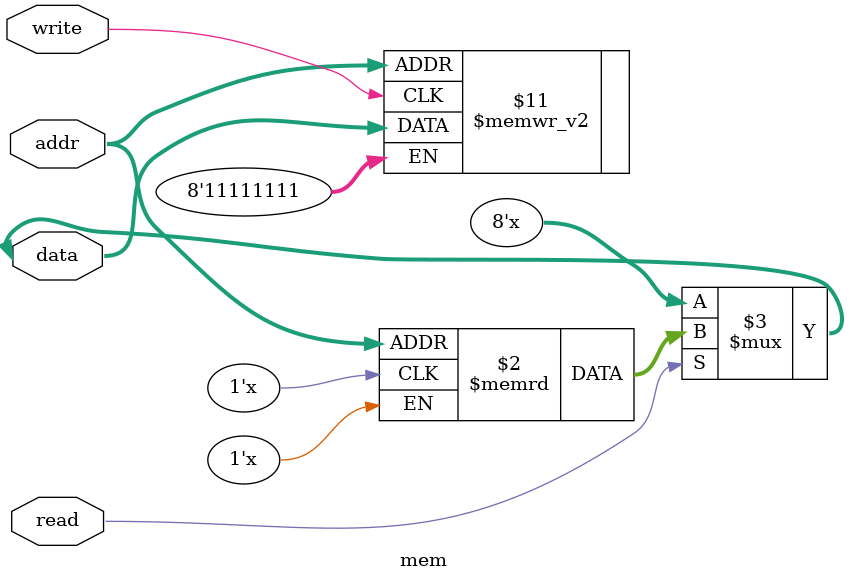
<source format=v>

/***************  * 32X8 MEMORY *  ***************/ 
 
`timescale 1 ns / 1 ns 
 
module mem ( data, addr, read, write ) ;
 inout [7:0] data  ;
 input [4:0] addr  ;
 input       read  ;
 input       write ; 
 
  reg [7:0] memory [0:31] ; 
  assign data=(read)?memory[addr]:8'hZ;

  always@(posedge write)
   begin
    memory[addr]<=data[7:0];
   end
 
endmodule 
</source>
